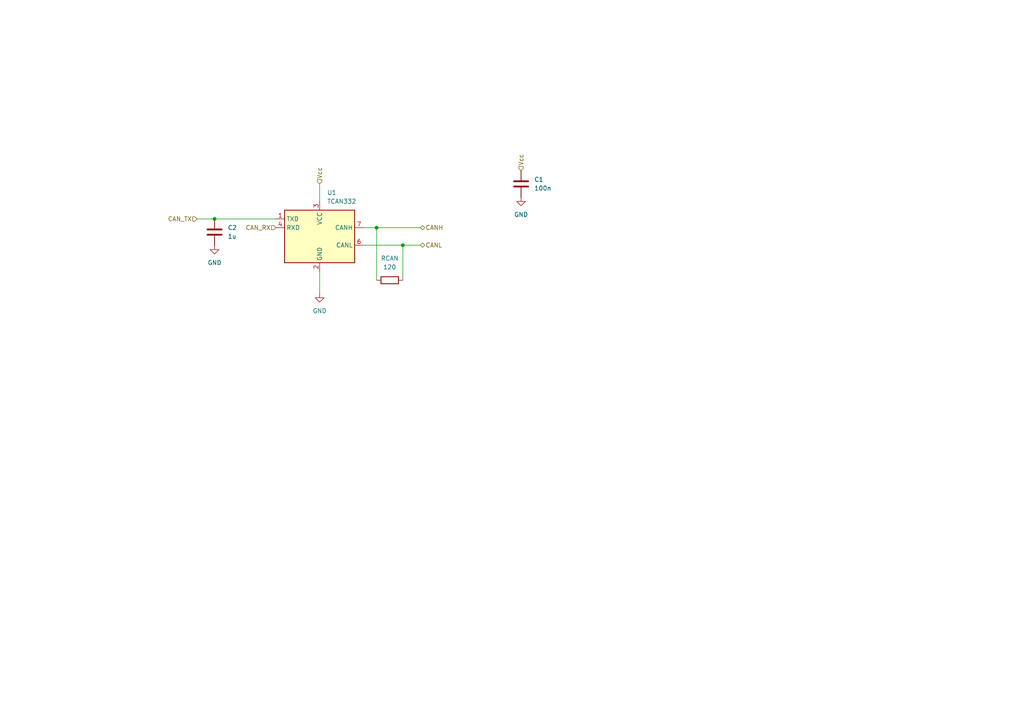
<source format=kicad_sch>
(kicad_sch (version 20250114) (generator "eeschema") (generator_version "9.0")
  (paper "A4")
  (lib_symbols
    (symbol "Device:C" (pin_numbers (hide yes)) (pin_names (offset 0.254))
      (property "Reference" "C" (at 0.635 2.54 0))
      (property "Value" "C" (at 0.635 -2.54 0))
      (symbol "C_0_1"
        (polyline (pts (xy -2.032 0.762) (xy 2.032 0.762)) (stroke (width 0.508)))
        (polyline (pts (xy -2.032 -0.762) (xy 2.032 -0.762)) (stroke (width 0.508)))
      )
      (symbol "C_1_1"
        (pin passive line (at 0 3.81 270) (length 2.794) (name "~") (number "1"))
        (pin passive line (at 0 -3.81 90) (length 2.794) (name "~") (number "2"))
      )
    )
    (symbol "Device:R" (pin_numbers (hide yes)) (pin_names (offset 0))
      (property "Reference" "R" (at 2.032 0 90))
      (property "Value" "R" (at 0 0 90))
      (symbol "R_0_1"
        (rectangle (start -1.016 -2.54) (end 1.016 2.54) (stroke (width 0.254)))
      )
      (symbol "R_1_1"
        (pin passive line (at 0 3.81 270) (length 1.27) (name "~") (number "1"))
        (pin passive line (at 0 -3.81 90) (length 1.27) (name "~") (number "2"))
      )
    )
    (symbol "Interface_CAN_LIN:TCAN332"
      (property "Reference" "U" (at -10.16 8.89 0))
      (property "Value" "TCAN332" (at 2.54 8.89 0))
      (symbol "TCAN332_0_1"
        (rectangle (start -10.16 7.62) (end 10.16 -7.62) (stroke (width 0.254)) (fill (type background)))
      )
      (symbol "TCAN332_1_1"
        (pin input line (at -12.7 5.08 0) (length 2.54) (name "TXD") (number "1"))
        (pin tri_state line (at -12.7 2.54 0) (length 2.54) (name "RXD") (number "4"))
        (pin no_connect line (at -10.16 -2.54 0) (length 2.54) (hide yes) (name "NC") (number "5"))
        (pin no_connect line (at -10.16 -5.08 0) (length 2.54) (hide yes) (name "NC") (number "8"))
        (pin power_in line (at 0 10.16 270) (length 2.54) (name "VCC") (number "3"))
        (pin power_in line (at 0 -10.16 90) (length 2.54) (name "GND") (number "2"))
        (pin bidirectional line (at 12.7 2.54 180) (length 2.54) (name "CANH") (number "7"))
        (pin bidirectional line (at 12.7 -2.54 180) (length 2.54) (name "CANL") (number "6"))
      )
    )
    (symbol "power:GND" (power) (pin_numbers (hide yes)) (pin_names (offset 0) (hide yes))
      (property "Value" "GND" (at 0 -3.81 0))
      (symbol "GND_0_1"
        (polyline (pts (xy 0 0) (xy 0 -1.27) (xy 1.27 -1.27) (xy 0 -2.54) (xy -1.27 -1.27) (xy 0 -1.27)))
      )
      (symbol "GND_1_1"
        (pin power_in line (at 0 0 270) (length 0) (name "~") (number "1"))
      )
    )
  )
  (junction (at 109.22 66.04))
  (junction (at 62.23 63.5))
  (junction (at 116.84 71.12))
  (wire (pts (xy 109.22 66.04) (xy 121.92 66.04)))
  (wire (pts (xy 105.41 66.04) (xy 109.22 66.04)))
  (wire (pts (xy 92.71 78.74) (xy 92.71 85.09)))
  (wire (pts (xy 105.41 71.12) (xy 116.84 71.12)))
  (wire (pts (xy 57.15 63.5) (xy 62.23 63.5)))
  (wire (pts (xy 109.22 66.04) (xy 109.22 81.28)))
  (wire (pts (xy 62.23 63.5) (xy 80.01 63.5)))
  (wire (pts (xy 116.84 71.12) (xy 116.84 81.28)))
  (wire (pts (xy 92.71 53.34) (xy 92.71 58.42)))
  (wire (pts (xy 116.84 71.12) (xy 121.92 71.12)))
  (hierarchical_label "CANH" (shape bidirectional) (at 121.92 66.04 0))
  (hierarchical_label "Vcc" (shape input) (at 151.13 49.53 90))
  (hierarchical_label "CAN_TX" (shape input) (at 57.15 63.5 180))
  (hierarchical_label "CANL" (shape bidirectional) (at 121.92 71.12 0))
  (hierarchical_label "Vcc" (shape input) (at 92.71 53.34 90))
  (hierarchical_label "CAN_RX" (shape input) (at 80.01 66.04 180))
  (symbol (lib_id "power:GND") (at 92.71 85.09 0) (unit 1)
    (property "Reference" "#PWR01" (effects (hide yes)))
    (property "Value" "GND" (at 92.71 90.17 0))
    (property "Description" "Power symbol creates a global label with name \"GND\" , ground" (effects (hide yes)))
  )
  (symbol (lib_id "Device:C") (at 151.13 53.34 0) (unit 1)
    (property "Reference" "C1" (at 154.94 52.0699 0) (effects (justify left)))
    (property "Value" "100n" (at 154.94 54.6099 0) (effects (justify left)))
    (property "Description" "Unpolarized capacitor" (effects (hide yes)))
  )
  (symbol (lib_id "power:GND") (at 62.23 71.12 0) (unit 1)
    (property "Reference" "#PWR03" (effects (hide yes)))
    (property "Value" "GND" (at 62.23 76.2 0))
    (property "Description" "Power symbol creates a global label with name \"GND\" , ground" (effects (hide yes)))
  )
  (symbol (lib_id "Interface_CAN_LIN:TCAN332") (at 92.71 68.58 0) (unit 1)
    (property "Reference" "U1" (at 94.8533 55.88 0) (effects (justify left)))
    (property "Value" "TCAN332" (at 94.8533 58.42 0) (effects (justify left)))
    (property "Datasheet" "http://www.ti.com/lit/ds/symlink/tcan337.pdf" (effects (hide yes)))
    (property "Description" "High-Speed CAN Transceiver, 1Mbps, 3.3V supply, SOT-23-8/SOIC-8" (effects (hide yes)))
  )
  (symbol (lib_id "power:GND") (at 151.13 57.15 0) (unit 1)
    (property "Reference" "#PWR02" (effects (hide yes)))
    (property "Value" "GND" (at 151.13 62.23 0))
    (property "Description" "Power symbol creates a global label with name \"GND\" , ground" (effects (hide yes)))
  )
  (symbol (lib_id "Device:R") (at 113.03 81.28 90) (unit 1)
    (property "Reference" "RCAN" (at 113.03 74.93 90))
    (property "Value" "120" (at 113.03 77.47 90))
    (property "Description" "Resistor" (effects (hide yes)))
  )
  (symbol (lib_id "Device:C") (at 62.23 67.31 0) (unit 1)
    (property "Reference" "C2" (at 66.04 66.0399 0) (effects (justify left)))
    (property "Value" "1u" (at 66.04 68.5799 0) (effects (justify left)))
    (property "Description" "Unpolarized capacitor" (effects (hide yes)))
  )
)
</source>
